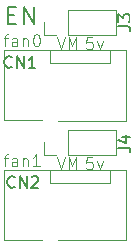
<source format=gbr>
%TF.GenerationSoftware,KiCad,Pcbnew,8.0.4*%
%TF.CreationDate,2024-08-22T18:10:40-07:00*%
%TF.ProjectId,tmtua,746d7475-612e-46b6-9963-61645f706362,0.1*%
%TF.SameCoordinates,Original*%
%TF.FileFunction,Legend,Top*%
%TF.FilePolarity,Positive*%
%FSLAX46Y46*%
G04 Gerber Fmt 4.6, Leading zero omitted, Abs format (unit mm)*
G04 Created by KiCad (PCBNEW 8.0.4) date 2024-08-22 18:10:40*
%MOMM*%
%LPD*%
G01*
G04 APERTURE LIST*
%ADD10C,0.100000*%
%ADD11C,0.200000*%
%ADD12C,0.150000*%
%ADD13C,0.120000*%
%ADD14R,1.350000X1.350000*%
%ADD15O,1.350000X1.350000*%
%ADD16R,1.730000X2.030000*%
%ADD17O,1.730000X2.030000*%
%ADD18R,1.700000X1.700000*%
%ADD19O,1.700000X1.700000*%
G04 APERTURE END LIST*
D10*
X104716837Y-50942419D02*
X105050170Y-51942419D01*
X105050170Y-51942419D02*
X105383503Y-50942419D01*
X105716837Y-51942419D02*
X105716837Y-50942419D01*
X105716837Y-50942419D02*
X106050170Y-51656704D01*
X106050170Y-51656704D02*
X106383503Y-50942419D01*
X106383503Y-50942419D02*
X106383503Y-51942419D01*
X100237027Y-51021752D02*
X100617979Y-51021752D01*
X100379884Y-51688419D02*
X100379884Y-50831276D01*
X100379884Y-50831276D02*
X100427503Y-50736038D01*
X100427503Y-50736038D02*
X100522741Y-50688419D01*
X100522741Y-50688419D02*
X100617979Y-50688419D01*
X101379884Y-51688419D02*
X101379884Y-51164609D01*
X101379884Y-51164609D02*
X101332265Y-51069371D01*
X101332265Y-51069371D02*
X101237027Y-51021752D01*
X101237027Y-51021752D02*
X101046551Y-51021752D01*
X101046551Y-51021752D02*
X100951313Y-51069371D01*
X101379884Y-51640800D02*
X101284646Y-51688419D01*
X101284646Y-51688419D02*
X101046551Y-51688419D01*
X101046551Y-51688419D02*
X100951313Y-51640800D01*
X100951313Y-51640800D02*
X100903694Y-51545561D01*
X100903694Y-51545561D02*
X100903694Y-51450323D01*
X100903694Y-51450323D02*
X100951313Y-51355085D01*
X100951313Y-51355085D02*
X101046551Y-51307466D01*
X101046551Y-51307466D02*
X101284646Y-51307466D01*
X101284646Y-51307466D02*
X101379884Y-51259847D01*
X101856075Y-51021752D02*
X101856075Y-51688419D01*
X101856075Y-51116990D02*
X101903694Y-51069371D01*
X101903694Y-51069371D02*
X101998932Y-51021752D01*
X101998932Y-51021752D02*
X102141789Y-51021752D01*
X102141789Y-51021752D02*
X102237027Y-51069371D01*
X102237027Y-51069371D02*
X102284646Y-51164609D01*
X102284646Y-51164609D02*
X102284646Y-51688419D01*
X102951313Y-50688419D02*
X103046551Y-50688419D01*
X103046551Y-50688419D02*
X103141789Y-50736038D01*
X103141789Y-50736038D02*
X103189408Y-50783657D01*
X103189408Y-50783657D02*
X103237027Y-50878895D01*
X103237027Y-50878895D02*
X103284646Y-51069371D01*
X103284646Y-51069371D02*
X103284646Y-51307466D01*
X103284646Y-51307466D02*
X103237027Y-51497942D01*
X103237027Y-51497942D02*
X103189408Y-51593180D01*
X103189408Y-51593180D02*
X103141789Y-51640800D01*
X103141789Y-51640800D02*
X103046551Y-51688419D01*
X103046551Y-51688419D02*
X102951313Y-51688419D01*
X102951313Y-51688419D02*
X102856075Y-51640800D01*
X102856075Y-51640800D02*
X102808456Y-51593180D01*
X102808456Y-51593180D02*
X102760837Y-51497942D01*
X102760837Y-51497942D02*
X102713218Y-51307466D01*
X102713218Y-51307466D02*
X102713218Y-51069371D01*
X102713218Y-51069371D02*
X102760837Y-50878895D01*
X102760837Y-50878895D02*
X102808456Y-50783657D01*
X102808456Y-50783657D02*
X102856075Y-50736038D01*
X102856075Y-50736038D02*
X102951313Y-50688419D01*
X100237027Y-61181752D02*
X100617979Y-61181752D01*
X100379884Y-61848419D02*
X100379884Y-60991276D01*
X100379884Y-60991276D02*
X100427503Y-60896038D01*
X100427503Y-60896038D02*
X100522741Y-60848419D01*
X100522741Y-60848419D02*
X100617979Y-60848419D01*
X101379884Y-61848419D02*
X101379884Y-61324609D01*
X101379884Y-61324609D02*
X101332265Y-61229371D01*
X101332265Y-61229371D02*
X101237027Y-61181752D01*
X101237027Y-61181752D02*
X101046551Y-61181752D01*
X101046551Y-61181752D02*
X100951313Y-61229371D01*
X101379884Y-61800800D02*
X101284646Y-61848419D01*
X101284646Y-61848419D02*
X101046551Y-61848419D01*
X101046551Y-61848419D02*
X100951313Y-61800800D01*
X100951313Y-61800800D02*
X100903694Y-61705561D01*
X100903694Y-61705561D02*
X100903694Y-61610323D01*
X100903694Y-61610323D02*
X100951313Y-61515085D01*
X100951313Y-61515085D02*
X101046551Y-61467466D01*
X101046551Y-61467466D02*
X101284646Y-61467466D01*
X101284646Y-61467466D02*
X101379884Y-61419847D01*
X101856075Y-61181752D02*
X101856075Y-61848419D01*
X101856075Y-61276990D02*
X101903694Y-61229371D01*
X101903694Y-61229371D02*
X101998932Y-61181752D01*
X101998932Y-61181752D02*
X102141789Y-61181752D01*
X102141789Y-61181752D02*
X102237027Y-61229371D01*
X102237027Y-61229371D02*
X102284646Y-61324609D01*
X102284646Y-61324609D02*
X102284646Y-61848419D01*
X103284646Y-61848419D02*
X102713218Y-61848419D01*
X102998932Y-61848419D02*
X102998932Y-60848419D01*
X102998932Y-60848419D02*
X102903694Y-60991276D01*
X102903694Y-60991276D02*
X102808456Y-61086514D01*
X102808456Y-61086514D02*
X102713218Y-61134133D01*
X107738292Y-61100504D02*
X107262102Y-61100504D01*
X107262102Y-61100504D02*
X107214483Y-61576694D01*
X107214483Y-61576694D02*
X107262102Y-61529075D01*
X107262102Y-61529075D02*
X107357340Y-61481456D01*
X107357340Y-61481456D02*
X107595435Y-61481456D01*
X107595435Y-61481456D02*
X107690673Y-61529075D01*
X107690673Y-61529075D02*
X107738292Y-61576694D01*
X107738292Y-61576694D02*
X107785911Y-61671932D01*
X107785911Y-61671932D02*
X107785911Y-61910027D01*
X107785911Y-61910027D02*
X107738292Y-62005265D01*
X107738292Y-62005265D02*
X107690673Y-62052885D01*
X107690673Y-62052885D02*
X107595435Y-62100504D01*
X107595435Y-62100504D02*
X107357340Y-62100504D01*
X107357340Y-62100504D02*
X107262102Y-62052885D01*
X107262102Y-62052885D02*
X107214483Y-62005265D01*
X108119245Y-61433837D02*
X108357340Y-62100504D01*
X108357340Y-62100504D02*
X108595435Y-61433837D01*
X104716837Y-61102419D02*
X105050170Y-62102419D01*
X105050170Y-62102419D02*
X105383503Y-61102419D01*
X105716837Y-62102419D02*
X105716837Y-61102419D01*
X105716837Y-61102419D02*
X106050170Y-61816704D01*
X106050170Y-61816704D02*
X106383503Y-61102419D01*
X106383503Y-61102419D02*
X106383503Y-62102419D01*
D11*
X100564720Y-49058314D02*
X101064720Y-49058314D01*
X101279006Y-49844028D02*
X100564720Y-49844028D01*
X100564720Y-49844028D02*
X100564720Y-48344028D01*
X100564720Y-48344028D02*
X101279006Y-48344028D01*
X101921863Y-49844028D02*
X101921863Y-48344028D01*
X101921863Y-48344028D02*
X102779006Y-49844028D01*
X102779006Y-49844028D02*
X102779006Y-48344028D01*
D10*
X107738292Y-50940504D02*
X107262102Y-50940504D01*
X107262102Y-50940504D02*
X107214483Y-51416694D01*
X107214483Y-51416694D02*
X107262102Y-51369075D01*
X107262102Y-51369075D02*
X107357340Y-51321456D01*
X107357340Y-51321456D02*
X107595435Y-51321456D01*
X107595435Y-51321456D02*
X107690673Y-51369075D01*
X107690673Y-51369075D02*
X107738292Y-51416694D01*
X107738292Y-51416694D02*
X107785911Y-51511932D01*
X107785911Y-51511932D02*
X107785911Y-51750027D01*
X107785911Y-51750027D02*
X107738292Y-51845265D01*
X107738292Y-51845265D02*
X107690673Y-51892885D01*
X107690673Y-51892885D02*
X107595435Y-51940504D01*
X107595435Y-51940504D02*
X107357340Y-51940504D01*
X107357340Y-51940504D02*
X107262102Y-51892885D01*
X107262102Y-51892885D02*
X107214483Y-51845265D01*
X108119245Y-51273837D02*
X108357340Y-51940504D01*
X108357340Y-51940504D02*
X108595435Y-51273837D01*
D12*
X109944819Y-60277333D02*
X110659104Y-60277333D01*
X110659104Y-60277333D02*
X110801961Y-60324952D01*
X110801961Y-60324952D02*
X110897200Y-60420190D01*
X110897200Y-60420190D02*
X110944819Y-60563047D01*
X110944819Y-60563047D02*
X110944819Y-60658285D01*
X110278152Y-59372571D02*
X110944819Y-59372571D01*
X109897200Y-59610666D02*
X110611485Y-59848761D01*
X110611485Y-59848761D02*
X110611485Y-59229714D01*
X100909523Y-53445580D02*
X100861904Y-53493200D01*
X100861904Y-53493200D02*
X100719047Y-53540819D01*
X100719047Y-53540819D02*
X100623809Y-53540819D01*
X100623809Y-53540819D02*
X100480952Y-53493200D01*
X100480952Y-53493200D02*
X100385714Y-53397961D01*
X100385714Y-53397961D02*
X100338095Y-53302723D01*
X100338095Y-53302723D02*
X100290476Y-53112247D01*
X100290476Y-53112247D02*
X100290476Y-52969390D01*
X100290476Y-52969390D02*
X100338095Y-52778914D01*
X100338095Y-52778914D02*
X100385714Y-52683676D01*
X100385714Y-52683676D02*
X100480952Y-52588438D01*
X100480952Y-52588438D02*
X100623809Y-52540819D01*
X100623809Y-52540819D02*
X100719047Y-52540819D01*
X100719047Y-52540819D02*
X100861904Y-52588438D01*
X100861904Y-52588438D02*
X100909523Y-52636057D01*
X101338095Y-53540819D02*
X101338095Y-52540819D01*
X101338095Y-52540819D02*
X101909523Y-53540819D01*
X101909523Y-53540819D02*
X101909523Y-52540819D01*
X102909523Y-53540819D02*
X102338095Y-53540819D01*
X102623809Y-53540819D02*
X102623809Y-52540819D01*
X102623809Y-52540819D02*
X102528571Y-52683676D01*
X102528571Y-52683676D02*
X102433333Y-52778914D01*
X102433333Y-52778914D02*
X102338095Y-52826533D01*
X101163523Y-63605580D02*
X101115904Y-63653200D01*
X101115904Y-63653200D02*
X100973047Y-63700819D01*
X100973047Y-63700819D02*
X100877809Y-63700819D01*
X100877809Y-63700819D02*
X100734952Y-63653200D01*
X100734952Y-63653200D02*
X100639714Y-63557961D01*
X100639714Y-63557961D02*
X100592095Y-63462723D01*
X100592095Y-63462723D02*
X100544476Y-63272247D01*
X100544476Y-63272247D02*
X100544476Y-63129390D01*
X100544476Y-63129390D02*
X100592095Y-62938914D01*
X100592095Y-62938914D02*
X100639714Y-62843676D01*
X100639714Y-62843676D02*
X100734952Y-62748438D01*
X100734952Y-62748438D02*
X100877809Y-62700819D01*
X100877809Y-62700819D02*
X100973047Y-62700819D01*
X100973047Y-62700819D02*
X101115904Y-62748438D01*
X101115904Y-62748438D02*
X101163523Y-62796057D01*
X101592095Y-63700819D02*
X101592095Y-62700819D01*
X101592095Y-62700819D02*
X102163523Y-63700819D01*
X102163523Y-63700819D02*
X102163523Y-62700819D01*
X102592095Y-62796057D02*
X102639714Y-62748438D01*
X102639714Y-62748438D02*
X102734952Y-62700819D01*
X102734952Y-62700819D02*
X102973047Y-62700819D01*
X102973047Y-62700819D02*
X103068285Y-62748438D01*
X103068285Y-62748438D02*
X103115904Y-62796057D01*
X103115904Y-62796057D02*
X103163523Y-62891295D01*
X103163523Y-62891295D02*
X103163523Y-62986533D01*
X103163523Y-62986533D02*
X103115904Y-63129390D01*
X103115904Y-63129390D02*
X102544476Y-63700819D01*
X102544476Y-63700819D02*
X103163523Y-63700819D01*
X109944819Y-49990333D02*
X110659104Y-49990333D01*
X110659104Y-49990333D02*
X110801961Y-50037952D01*
X110801961Y-50037952D02*
X110897200Y-50133190D01*
X110897200Y-50133190D02*
X110944819Y-50276047D01*
X110944819Y-50276047D02*
X110944819Y-50371285D01*
X109944819Y-49609380D02*
X109944819Y-48990333D01*
X109944819Y-48990333D02*
X110325771Y-49323666D01*
X110325771Y-49323666D02*
X110325771Y-49180809D01*
X110325771Y-49180809D02*
X110373390Y-49085571D01*
X110373390Y-49085571D02*
X110421009Y-49037952D01*
X110421009Y-49037952D02*
X110516247Y-48990333D01*
X110516247Y-48990333D02*
X110754342Y-48990333D01*
X110754342Y-48990333D02*
X110849580Y-49037952D01*
X110849580Y-49037952D02*
X110897200Y-49085571D01*
X110897200Y-49085571D02*
X110944819Y-49180809D01*
X110944819Y-49180809D02*
X110944819Y-49466523D01*
X110944819Y-49466523D02*
X110897200Y-49561761D01*
X110897200Y-49561761D02*
X110849580Y-49609380D01*
D13*
%TO.C,J4*%
X103620000Y-60877000D02*
X103620000Y-59817000D01*
X104680000Y-60877000D02*
X103620000Y-60877000D01*
X105680000Y-58757000D02*
X109740000Y-58757000D01*
X105680000Y-60877000D02*
X105680000Y-58757000D01*
X105680000Y-60877000D02*
X109740000Y-60877000D01*
X109740000Y-60877000D02*
X109740000Y-58757000D01*
%TO.C,CN1*%
X100260000Y-52018000D02*
X110560000Y-52018000D01*
X100260000Y-57968000D02*
X100260000Y-52018000D01*
X103460000Y-57968000D02*
X100260000Y-57968000D01*
X104130000Y-53128000D02*
X104130000Y-52118000D01*
X109210000Y-52118000D02*
X109210000Y-53128000D01*
X109210000Y-53128000D02*
X104130000Y-53128000D01*
X110560000Y-52018000D02*
X110560000Y-58018000D01*
X110560000Y-58018000D02*
X104810000Y-58018000D01*
%TO.C,CN2*%
X100270000Y-62132000D02*
X110570000Y-62132000D01*
X100270000Y-68082000D02*
X100270000Y-62132000D01*
X103470000Y-68082000D02*
X100270000Y-68082000D01*
X104140000Y-63242000D02*
X104140000Y-62232000D01*
X109220000Y-62232000D02*
X109220000Y-63242000D01*
X109220000Y-63242000D02*
X104140000Y-63242000D01*
X110570000Y-62132000D02*
X110570000Y-68132000D01*
X110570000Y-68132000D02*
X104820000Y-68132000D01*
%TO.C,J3*%
X103620000Y-50717000D02*
X103620000Y-49657000D01*
X104680000Y-50717000D02*
X103620000Y-50717000D01*
X105680000Y-48597000D02*
X109740000Y-48597000D01*
X105680000Y-50717000D02*
X105680000Y-48597000D01*
X105680000Y-50717000D02*
X109740000Y-50717000D01*
X109740000Y-50717000D02*
X109740000Y-48597000D01*
%TD*%
%LPC*%
D14*
%TO.C,J4*%
X104680000Y-59817000D03*
D15*
X106680000Y-59817000D03*
X108680000Y-59817000D03*
%TD*%
D16*
%TO.C,CN1*%
X109210000Y-55418000D03*
D17*
X106670000Y-55418000D03*
X104130000Y-55418000D03*
X101590000Y-55418000D03*
%TD*%
D16*
%TO.C,CN2*%
X109220000Y-65532000D03*
D17*
X106680000Y-65532000D03*
X104140000Y-65532000D03*
X101600000Y-65532000D03*
%TD*%
D14*
%TO.C,J3*%
X104680000Y-49657000D03*
D15*
X106680000Y-49657000D03*
X108680000Y-49657000D03*
%TD*%
D18*
%TO.C,J2*%
X111760000Y-49022000D03*
D19*
X111760000Y-51562000D03*
X111760000Y-54102000D03*
X111760000Y-56642000D03*
X111760000Y-59182000D03*
X111760000Y-61722000D03*
X111760000Y-64262000D03*
X111760000Y-66802000D03*
%TD*%
D18*
%TO.C,J1*%
X99060000Y-49022000D03*
D19*
X99060000Y-51562000D03*
X99060000Y-54102000D03*
X99060000Y-56642000D03*
X99060000Y-59182000D03*
X99060000Y-61722000D03*
X99060000Y-64262000D03*
X99060000Y-66802000D03*
%TD*%
%LPD*%
M02*

</source>
